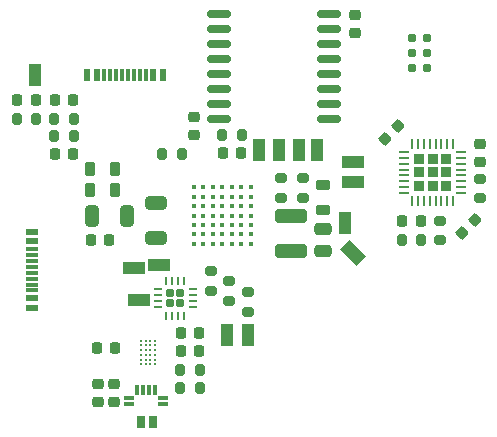
<source format=gbr>
%TF.GenerationSoftware,KiCad,Pcbnew,(6.0.2)*%
%TF.CreationDate,2022-07-06T09:12:25-05:00*%
%TF.ProjectId,pdsupply-PPS,70647375-7070-46c7-992d-5050532e6b69,rev?*%
%TF.SameCoordinates,Original*%
%TF.FileFunction,Paste,Top*%
%TF.FilePolarity,Positive*%
%FSLAX46Y46*%
G04 Gerber Fmt 4.6, Leading zero omitted, Abs format (unit mm)*
G04 Created by KiCad (PCBNEW (6.0.2)) date 2022-07-06 09:12:25*
%MOMM*%
%LPD*%
G01*
G04 APERTURE LIST*
G04 Aperture macros list*
%AMRoundRect*
0 Rectangle with rounded corners*
0 $1 Rounding radius*
0 $2 $3 $4 $5 $6 $7 $8 $9 X,Y pos of 4 corners*
0 Add a 4 corners polygon primitive as box body*
4,1,4,$2,$3,$4,$5,$6,$7,$8,$9,$2,$3,0*
0 Add four circle primitives for the rounded corners*
1,1,$1+$1,$2,$3*
1,1,$1+$1,$4,$5*
1,1,$1+$1,$6,$7*
1,1,$1+$1,$8,$9*
0 Add four rect primitives between the rounded corners*
20,1,$1+$1,$2,$3,$4,$5,0*
20,1,$1+$1,$4,$5,$6,$7,0*
20,1,$1+$1,$6,$7,$8,$9,0*
20,1,$1+$1,$8,$9,$2,$3,0*%
%AMRotRect*
0 Rectangle, with rotation*
0 The origin of the aperture is its center*
0 $1 length*
0 $2 width*
0 $3 Rotation angle, in degrees counterclockwise*
0 Add horizontal line*
21,1,$1,$2,0,0,$3*%
G04 Aperture macros list end*
%ADD10C,0.010000*%
%ADD11RoundRect,0.150000X-0.875000X-0.150000X0.875000X-0.150000X0.875000X0.150000X-0.875000X0.150000X0*%
%ADD12RoundRect,0.250000X-0.325000X-0.650000X0.325000X-0.650000X0.325000X0.650000X-0.325000X0.650000X0*%
%ADD13RoundRect,0.200000X-0.200000X-0.275000X0.200000X-0.275000X0.200000X0.275000X-0.200000X0.275000X0*%
%ADD14RoundRect,0.200000X-0.275000X0.200000X-0.275000X-0.200000X0.275000X-0.200000X0.275000X0.200000X0*%
%ADD15RoundRect,0.225000X-0.225000X-0.250000X0.225000X-0.250000X0.225000X0.250000X-0.225000X0.250000X0*%
%ADD16R,1.100000X0.600000*%
%ADD17R,1.100000X0.300000*%
%ADD18RoundRect,0.225000X0.017678X-0.335876X0.335876X-0.017678X-0.017678X0.335876X-0.335876X0.017678X0*%
%ADD19R,1.100000X1.950000*%
%ADD20RoundRect,0.225000X-0.250000X0.225000X-0.250000X-0.225000X0.250000X-0.225000X0.250000X0.225000X0*%
%ADD21RoundRect,0.200000X0.275000X-0.200000X0.275000X0.200000X-0.275000X0.200000X-0.275000X-0.200000X0*%
%ADD22RotRect,1.950000X1.100000X135.000000*%
%ADD23RoundRect,0.225000X0.250000X-0.225000X0.250000X0.225000X-0.250000X0.225000X-0.250000X-0.225000X0*%
%ADD24RoundRect,0.218750X-0.381250X0.218750X-0.381250X-0.218750X0.381250X-0.218750X0.381250X0.218750X0*%
%ADD25RoundRect,0.200000X0.200000X0.275000X-0.200000X0.275000X-0.200000X-0.275000X0.200000X-0.275000X0*%
%ADD26R,1.950000X1.100000*%
%ADD27RoundRect,0.218750X-0.218750X-0.256250X0.218750X-0.256250X0.218750X0.256250X-0.218750X0.256250X0*%
%ADD28RoundRect,0.225000X0.225000X0.250000X-0.225000X0.250000X-0.225000X-0.250000X0.225000X-0.250000X0*%
%ADD29RoundRect,0.218750X-0.218750X-0.381250X0.218750X-0.381250X0.218750X0.381250X-0.218750X0.381250X0*%
%ADD30RoundRect,0.177500X-0.177500X-0.177500X0.177500X-0.177500X0.177500X0.177500X-0.177500X0.177500X0*%
%ADD31RoundRect,0.062500X-0.312500X-0.062500X0.312500X-0.062500X0.312500X0.062500X-0.312500X0.062500X0*%
%ADD32RoundRect,0.062500X-0.062500X-0.312500X0.062500X-0.312500X0.062500X0.312500X-0.062500X0.312500X0*%
%ADD33RoundRect,0.250000X-0.475000X0.250000X-0.475000X-0.250000X0.475000X-0.250000X0.475000X0.250000X0*%
%ADD34RoundRect,0.225000X-0.017678X0.335876X-0.335876X0.017678X0.017678X-0.335876X0.335876X-0.017678X0*%
%ADD35C,0.208000*%
%ADD36C,0.450000*%
%ADD37C,0.787400*%
%ADD38R,0.600000X1.100000*%
%ADD39R,0.300000X1.100000*%
%ADD40RoundRect,0.218750X0.218750X0.256250X-0.218750X0.256250X-0.218750X-0.256250X0.218750X-0.256250X0*%
%ADD41RoundRect,0.250000X-1.100000X0.325000X-1.100000X-0.325000X1.100000X-0.325000X1.100000X0.325000X0*%
%ADD42R,0.850000X0.300000*%
%ADD43R,0.300000X0.850000*%
%ADD44RoundRect,0.232500X0.232500X0.232500X-0.232500X0.232500X-0.232500X-0.232500X0.232500X-0.232500X0*%
%ADD45RoundRect,0.062500X0.375000X0.062500X-0.375000X0.062500X-0.375000X-0.062500X0.375000X-0.062500X0*%
%ADD46RoundRect,0.062500X0.062500X0.375000X-0.062500X0.375000X-0.062500X-0.375000X0.062500X-0.375000X0*%
%ADD47RoundRect,0.250000X-0.650000X0.325000X-0.650000X-0.325000X0.650000X-0.325000X0.650000X0.325000X0*%
G04 APERTURE END LIST*
D10*
%TO.C,U3*%
X122477200Y-119460000D02*
X122477200Y-118560000D01*
X122477200Y-118560000D02*
X123042800Y-118560000D01*
X123042800Y-118560000D02*
X123042800Y-119460000D01*
X123042800Y-119460000D02*
X122477200Y-119460000D01*
G36*
X123042800Y-119460000D02*
G01*
X122477200Y-119460000D01*
X122477200Y-118560000D01*
X123042800Y-118560000D01*
X123042800Y-119460000D01*
G37*
X123042800Y-119460000D02*
X122477200Y-119460000D01*
X122477200Y-118560000D01*
X123042800Y-118560000D01*
X123042800Y-119460000D01*
X123477200Y-119460000D02*
X123477200Y-118560000D01*
X123477200Y-118560000D02*
X124042800Y-118560000D01*
X124042800Y-118560000D02*
X124042800Y-119460000D01*
X124042800Y-119460000D02*
X123477200Y-119460000D01*
G36*
X124042800Y-119460000D02*
G01*
X123477200Y-119460000D01*
X123477200Y-118560000D01*
X124042800Y-118560000D01*
X124042800Y-119460000D01*
G37*
X124042800Y-119460000D02*
X123477200Y-119460000D01*
X123477200Y-118560000D01*
X124042800Y-118560000D01*
X124042800Y-119460000D01*
%TD*%
D11*
%TO.C,U2*%
X129450000Y-84555000D03*
X129450000Y-85825000D03*
X129450000Y-87095000D03*
X129450000Y-88365000D03*
X129450000Y-89635000D03*
X129450000Y-90905000D03*
X129450000Y-92175000D03*
X129450000Y-93445000D03*
X138750000Y-93445000D03*
X138750000Y-92175000D03*
X138750000Y-90905000D03*
X138750000Y-89635000D03*
X138750000Y-88365000D03*
X138750000Y-87095000D03*
X138750000Y-85825000D03*
X138750000Y-84555000D03*
%TD*%
D12*
%TO.C,C2*%
X118662500Y-101600000D03*
X121612500Y-101600000D03*
%TD*%
D13*
%TO.C,R19*%
X126125000Y-116190000D03*
X127775000Y-116190000D03*
%TD*%
D14*
%TO.C,R18*%
X148100000Y-102025000D03*
X148100000Y-103675000D03*
%TD*%
D15*
%TO.C,C9*%
X126175000Y-111550000D03*
X127725000Y-111550000D03*
%TD*%
D16*
%TO.C,J1*%
X113546447Y-102991447D03*
X113546447Y-103791447D03*
D17*
X113546447Y-104941447D03*
X113546447Y-105941447D03*
X113546447Y-106441447D03*
X113546447Y-107441447D03*
D16*
X113546447Y-109391447D03*
X113546447Y-108591447D03*
D17*
X113546447Y-107941447D03*
X113546447Y-106941447D03*
X113546447Y-105441447D03*
X113546447Y-104441447D03*
%TD*%
D18*
%TO.C,C15*%
X143451992Y-95098008D03*
X144548008Y-94001992D03*
%TD*%
D19*
%TO.C,INT_N1*%
X131900000Y-111700000D03*
%TD*%
D20*
%TO.C,C14*%
X140900000Y-84625000D03*
X140900000Y-86175000D03*
%TD*%
D19*
%TO.C,GPIO2*%
X130100000Y-111700000D03*
%TD*%
D21*
%TO.C,R9*%
X134700000Y-100075000D03*
X134700000Y-98425000D03*
%TD*%
D22*
%TO.C,DBG_N1*%
X140780000Y-104780000D03*
%TD*%
D23*
%TO.C,C17*%
X151500000Y-97100000D03*
X151500000Y-95550000D03*
%TD*%
D24*
%TO.C,FB3*%
X138250000Y-99037500D03*
X138250000Y-101162500D03*
%TD*%
D25*
%TO.C,R13*%
X117125000Y-94900000D03*
X115475000Y-94900000D03*
%TD*%
D19*
%TO.C,+3.3V1*%
X140100000Y-102200000D03*
%TD*%
D25*
%TO.C,R3*%
X126275000Y-96400000D03*
X124625000Y-96400000D03*
%TD*%
D26*
%TO.C,SCL1*%
X140800000Y-97060000D03*
%TD*%
D13*
%TO.C,R7*%
X112275000Y-93400000D03*
X113925000Y-93400000D03*
%TD*%
D20*
%TO.C,C11*%
X127300000Y-93225000D03*
X127300000Y-94775000D03*
%TD*%
D21*
%TO.C,R6*%
X131900000Y-109725000D03*
X131900000Y-108075000D03*
%TD*%
D27*
%TO.C,D3*%
X112312500Y-91800000D03*
X113887500Y-91800000D03*
%TD*%
D19*
%TO.C,FLAGB1*%
X132770000Y-96020000D03*
%TD*%
D28*
%TO.C,C12*%
X120625000Y-112800000D03*
X119075000Y-112800000D03*
%TD*%
D29*
%TO.C,FB1*%
X118525000Y-99450000D03*
X120650000Y-99450000D03*
%TD*%
D26*
%TO.C,SDA1*%
X140800000Y-98760000D03*
%TD*%
D30*
%TO.C,U1*%
X125260000Y-109030000D03*
X126140000Y-108150000D03*
X126140000Y-109030000D03*
X125260000Y-108150000D03*
D31*
X124225000Y-107840000D03*
X124225000Y-108340000D03*
X124225000Y-108840000D03*
X124225000Y-109340000D03*
D32*
X124950000Y-110065000D03*
X125450000Y-110065000D03*
X125950000Y-110065000D03*
X126450000Y-110065000D03*
D31*
X127175000Y-109340000D03*
X127175000Y-108840000D03*
X127175000Y-108340000D03*
X127175000Y-107840000D03*
D32*
X126450000Y-107115000D03*
X125950000Y-107115000D03*
X125450000Y-107115000D03*
X124950000Y-107115000D03*
%TD*%
D33*
%TO.C,C10*%
X138200000Y-102700000D03*
X138200000Y-104600000D03*
%TD*%
D19*
%TO.C,SenseFault1*%
X136170000Y-96020000D03*
%TD*%
D34*
%TO.C,C16*%
X151048008Y-101951992D03*
X149951992Y-103048008D03*
%TD*%
D26*
%TO.C,CC2*%
X122200000Y-106000000D03*
%TD*%
D23*
%TO.C,C18*%
X120530000Y-117395000D03*
X120530000Y-115845000D03*
%TD*%
D35*
%TO.C,IC2*%
X124000000Y-114200000D03*
X123600000Y-114200000D03*
X123200000Y-114200000D03*
X122800000Y-114200000D03*
X124000000Y-113800000D03*
X123600000Y-113800000D03*
X123200000Y-113800000D03*
X122800000Y-113800000D03*
X124000000Y-113400000D03*
X123600000Y-113400000D03*
X123200000Y-113400000D03*
X122800000Y-113400000D03*
X124000000Y-113000000D03*
X123600000Y-113000000D03*
X123200000Y-113000000D03*
X122800000Y-113000000D03*
X124000000Y-112600000D03*
X123600000Y-112600000D03*
X123200000Y-112600000D03*
X122800000Y-112600000D03*
X124000000Y-112200000D03*
X123600000Y-112200000D03*
X123200000Y-112200000D03*
X122800000Y-112200000D03*
%TD*%
D21*
%TO.C,R4*%
X128700000Y-107950000D03*
X128700000Y-106300000D03*
%TD*%
D15*
%TO.C,C7*%
X126175000Y-113100000D03*
X127725000Y-113100000D03*
%TD*%
D36*
%TO.C,IC1*%
X127300000Y-104000000D03*
X127300000Y-103200000D03*
X127300000Y-102400000D03*
X127300000Y-101600000D03*
X127300000Y-100800000D03*
X127300000Y-100000000D03*
X127300000Y-99200000D03*
X128100000Y-104000000D03*
X128100000Y-103200000D03*
X128100000Y-102400000D03*
X128100000Y-101600000D03*
X128100000Y-100800000D03*
X128100000Y-100000000D03*
X128100000Y-99200000D03*
X128900000Y-104000000D03*
X128900000Y-103200000D03*
X128900000Y-102400000D03*
X128900000Y-101600000D03*
X128900000Y-100800000D03*
X128900000Y-100000000D03*
X128900000Y-99200000D03*
X129700000Y-104000000D03*
X129700000Y-103200000D03*
X129700000Y-102400000D03*
X129700000Y-101600000D03*
X129700000Y-100800000D03*
X129700000Y-100000000D03*
X129700000Y-99200000D03*
X130500000Y-104000000D03*
X130500000Y-103200000D03*
X130500000Y-102400000D03*
X130500000Y-101600000D03*
X130500000Y-100800000D03*
X130500000Y-100000000D03*
X130500000Y-99200000D03*
X131300000Y-104000000D03*
X131300000Y-103200000D03*
X131300000Y-102400000D03*
X131300000Y-101600000D03*
X131300000Y-100800000D03*
X131300000Y-100000000D03*
X131300000Y-99200000D03*
X132100000Y-104000000D03*
X132100000Y-103200000D03*
X132100000Y-102400000D03*
X132100000Y-101600000D03*
X132100000Y-100800000D03*
X132100000Y-100000000D03*
X132100000Y-99200000D03*
%TD*%
D25*
%TO.C,R10*%
X117125000Y-93400000D03*
X115475000Y-93400000D03*
%TD*%
D26*
%TO.C,GPIO1*%
X124360000Y-105800000D03*
%TD*%
D25*
%TO.C,R14*%
X131345000Y-94770000D03*
X129695000Y-94770000D03*
%TD*%
%TO.C,R16*%
X146525000Y-103650000D03*
X144875000Y-103650000D03*
%TD*%
D37*
%TO.C,TC1*%
X145795000Y-86600000D03*
X147065000Y-86600000D03*
X145795000Y-87870000D03*
X147065000Y-87870000D03*
X145795000Y-89140000D03*
X147065000Y-89140000D03*
%TD*%
D19*
%TO.C,+5V1*%
X113810000Y-89690000D03*
%TD*%
D26*
%TO.C,CC1*%
X122660000Y-108790000D03*
%TD*%
D21*
%TO.C,R5*%
X130300000Y-108825000D03*
X130300000Y-107175000D03*
%TD*%
D38*
%TO.C,J2*%
X124655000Y-89672500D03*
X123855000Y-89672500D03*
D39*
X122705000Y-89672500D03*
X121705000Y-89672500D03*
X121205000Y-89672500D03*
X120205000Y-89672500D03*
D38*
X118255000Y-89672500D03*
X119055000Y-89672500D03*
D39*
X119705000Y-89672500D03*
X120705000Y-89672500D03*
X122205000Y-89672500D03*
X123205000Y-89672500D03*
%TD*%
D40*
%TO.C,D6*%
X117087500Y-96400000D03*
X115512500Y-96400000D03*
%TD*%
D19*
%TO.C,Isense1*%
X137700000Y-96060000D03*
%TD*%
D21*
%TO.C,R8*%
X136500000Y-100075000D03*
X136500000Y-98425000D03*
%TD*%
D14*
%TO.C,R17*%
X151500000Y-98500000D03*
X151500000Y-100150000D03*
%TD*%
D41*
%TO.C,C8*%
X135550000Y-101625000D03*
X135550000Y-104575000D03*
%TD*%
D13*
%TO.C,R15*%
X126125000Y-114650000D03*
X127775000Y-114650000D03*
%TD*%
D42*
%TO.C,U3*%
X124710000Y-117560000D03*
X124710000Y-117060000D03*
D43*
X124010000Y-116360000D03*
X123510000Y-116360000D03*
X123010000Y-116360000D03*
X122510000Y-116360000D03*
D42*
X121810000Y-117060000D03*
X121810000Y-117560000D03*
%TD*%
D44*
%TO.C,U4*%
X146350000Y-96800000D03*
X147500000Y-99100000D03*
X148650000Y-96800000D03*
X148650000Y-99100000D03*
X147500000Y-97950000D03*
X148650000Y-97950000D03*
X147500000Y-96800000D03*
X146350000Y-99100000D03*
X146350000Y-97950000D03*
D45*
X149937500Y-99700000D03*
X149937500Y-99200000D03*
X149937500Y-98700000D03*
X149937500Y-98200000D03*
X149937500Y-97700000D03*
X149937500Y-97200000D03*
X149937500Y-96700000D03*
X149937500Y-96200000D03*
D46*
X149250000Y-95512500D03*
X148750000Y-95512500D03*
X148250000Y-95512500D03*
X147750000Y-95512500D03*
X147250000Y-95512500D03*
X146750000Y-95512500D03*
X146250000Y-95512500D03*
X145750000Y-95512500D03*
D45*
X145062500Y-96200000D03*
X145062500Y-96700000D03*
X145062500Y-97200000D03*
X145062500Y-97700000D03*
X145062500Y-98200000D03*
X145062500Y-98700000D03*
X145062500Y-99200000D03*
X145062500Y-99700000D03*
D46*
X145750000Y-100387500D03*
X146250000Y-100387500D03*
X146750000Y-100387500D03*
X147250000Y-100387500D03*
X147750000Y-100387500D03*
X148250000Y-100387500D03*
X148750000Y-100387500D03*
X149250000Y-100387500D03*
%TD*%
D27*
%TO.C,D7*%
X144912500Y-102050000D03*
X146487500Y-102050000D03*
%TD*%
D40*
%TO.C,D5*%
X131307500Y-96320000D03*
X129732500Y-96320000D03*
%TD*%
%TO.C,D4*%
X117087500Y-91800000D03*
X115512500Y-91800000D03*
%TD*%
D29*
%TO.C,FB2*%
X118525000Y-97650000D03*
X120650000Y-97650000D03*
%TD*%
D23*
%TO.C,C13*%
X119180000Y-117400000D03*
X119180000Y-115850000D03*
%TD*%
D15*
%TO.C,C1*%
X118562500Y-103650000D03*
X120112500Y-103650000D03*
%TD*%
D47*
%TO.C,C6*%
X124110000Y-100515000D03*
X124110000Y-103465000D03*
%TD*%
D19*
%TO.C,VSINK_EN1*%
X134470000Y-96020000D03*
%TD*%
M02*

</source>
